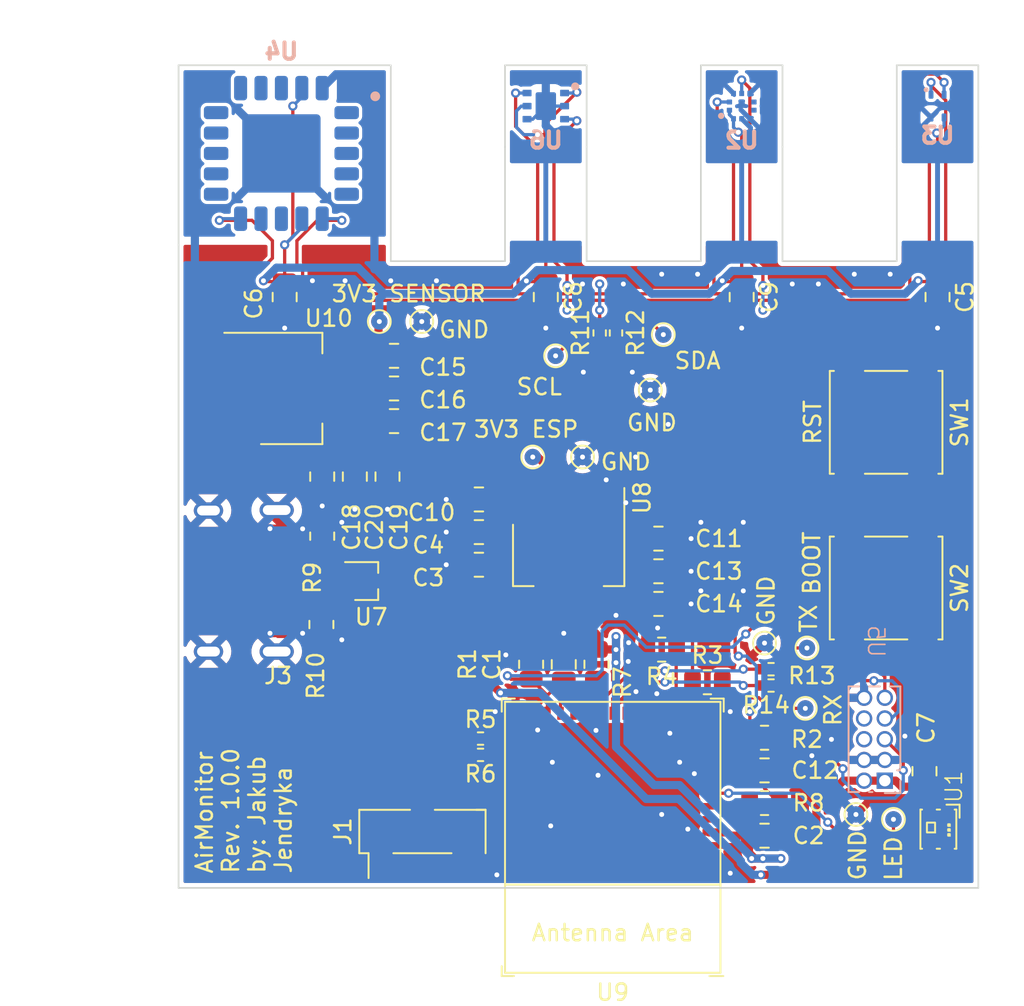
<source format=kicad_pcb>
(kicad_pcb (version 20221018) (generator pcbnew)
  (title_block (title "AirMonitor") (date "2023-12-08") (rev "1.0.0") (company "Jakub Jendryka"))
  (layers (0 "F.Cu" signal) (31 "B.Cu" signal) (34 "B.Paste" user) (35 "F.Paste" user) (36 "B.SilkS" user "B.Silkscreen") (37 "F.SilkS" user "F.Silkscreen") (38 "B.Mask" user) (39 "F.Mask" user) (44 "Edge.Cuts" user))
  (net 0 "")
  (net 1 "+5V")
  (net 2 "Net-(U9-EN{slash}CHIP_PU)")
  (net 3 "Net-(U9-GPIO9)")
  (net 4 "/SDA")
  (net 5 "/SCL")
  (net 6 "Net-(U5-RX)")
  (net 7 "Net-(U5-TX)")
  (net 8 "GND")
  (net 9 "Net-(J3-CC1)")
  (net 10 "/USB-")
  (net 11 "/USB+")
  (net 26 "/USB1-")
  (net 27 "/USB1+")
  (net 36 "Net-(J1-Pin_2)")
  (net 45 "Net-(J1-Pin_1)")
  (net 51 "Net-(J3-CC2)")
  (net 53 "Net-(U9-GPIO8)")
  (net 54 "Net-(U9-GPIO2{slash}ADC1_CH2)")
  (net 56 "Net-(U1-DI)")
  (net 59 "+3.3V")
  (net 60 "+3.3VA")
  (net 61 "Net-(U9-GPIO0{slash}ADC1_CH0{slash}XTAL_32K_P)")
  (net 62 "Net-(U9-GPIO1{slash}ADC1_CH1{slash}XTAL_32K_N)")
  (net 63 "Net-(U9-GPIO4{slash}ADC1_CH4)")
  (net 64 "Net-(U9-GPIO5{slash}ADC2_CH0)")
  (footprint "Capacitor_SMD:C_0805_2012Metric" (layer "F.Cu") (at 121.5 123.2 -90)
    (fp_text reference "C8")
    (fp_text value "10u")
  )
  (footprint "MEMS_Custom:TestPoint_Pad_D1.0mm" (layer "F.Cu") (at 137.4 148.4 90)
    (fp_text reference "TP4")
    (fp_text value "RX")
  )
  (footprint "MEMS_Passive:USB4105-GF-A" (layer "F.Cu") (at 105.0125 140.6 -90)
    (fp_text reference "J3")
    (fp_text value "USB_C_Receptacle_USB2.0")
  )
  (footprint "Capacitor_SMD:C_0805_2012Metric" (layer "F.Cu") (at 111.8 134.2 -90)
    (fp_text reference "C19")
    (fp_text value "10u")
  )
  (footprint "Capacitor_SMD:C_0805_2012Metric" (layer "F.Cu") (at 145.5 123.2 -90)
    (fp_text reference "C5")
    (fp_text value "10u")
  )
  (footprint "Resistor_SMD:R_0805_2012Metric" (layer "F.Cu") (at 107.75 143.2625 90)
    (fp_text reference "R10")
    (fp_text value "5.1k")
  )
  (footprint "Resistor_SMD:R_0805_2012Metric" (layer "F.Cu") (at 134.9 150.2)
    (fp_text reference "R2")
    (fp_text value "10k")
  )
  (footprint "Connector_PinHeader_2.54mm:PinHeader_1x03_P2.54mm_Vertical_SMD_Pin1Left" (layer "F.Cu") (at 113.94 155.945 90)
    (fp_text reference "J1")
    (fp_text value "Conn_01x03")
  )
  (footprint "MEMS_Custom:TestPoint_Pad_D1.0mm" (layer "F.Cu") (at 120.7 133)
    (fp_text reference "TP9")
    (fp_text value "3V3 ESP")
  )
  (footprint "Capacitor_SMD:C_0805_2012Metric" (layer "F.Cu") (at 112.2 130.8)
    (fp_text reference "C17")
    (fp_text value "10u")
  )
  (footprint "Button_Switch_SMD:SW_SPST_B3S-1000" (layer "F.Cu") (at 142.35 130.875 -90)
    (fp_text reference "SW1")
    (fp_text value "RST")
  )
  (footprint "Capacitor_SMD:C_0805_2012Metric" (layer "F.Cu") (at 128.4 140)
    (fp_text reference "C13")
    (fp_text value "10u")
  )
  (footprint "Resistor_SMD:R_0805_2012Metric" (layer "F.Cu") (at 124.6 145.7 90)
    (fp_text reference "R7")
    (fp_text value "10k")
  )
  (footprint "MEMS_Custom:TestPoint_Pad_D1.0mm" (layer "F.Cu") (at 142.8 155.2)
    (fp_text reference "TP8")
    (fp_text value "LED")
  )
  (footprint "Capacitor_SMD:C_0805_2012Metric" (layer "F.Cu") (at 134.9 152.2)
    (fp_text reference "C12")
    (fp_text value "1u")
  )
  (footprint "Resistor_SMD:R_0402_1005Metric_Pad0.72x0.64mm_HandSolder" (layer "F.Cu") (at 117.5 151.25 180)
    (fp_text reference "R6")
    (fp_text value "0R")
  )
  (footprint "MEMS_Custom:TestPoint_Pad_D1.0mm" (layer "F.Cu") (at 122.1 126.8)
    (fp_text reference "TP2")
    (fp_text value "SCL")
  )
  (footprint "Capacitor_SMD:C_0805_2012Metric" (layer "F.Cu") (at 134.9 156.2)
    (fp_text reference "C2")
    (fp_text value "10u")
  )
  (footprint "PCM_Espressif:ESP32-C3-MINI-1" (layer "F.Cu") (at 125.6 156.3 180)
    (fp_text reference "U9")
    (fp_text value "ESP32-C3-MINI-1")
  )
  (footprint "Resistor_SMD:R_0402_1005Metric_Pad0.72x0.64mm_HandSolder" (layer "F.Cu") (at 135.3 146 180)
    (fp_text reference "R14")
    (fp_text value "0R")
  )
  (footprint "Package_TO_SOT_SMD:SOT-223-3_TabPin2" (layer "F.Cu") (at 105.9 128.8)
    (fp_text reference "U10")
    (fp_text value "AZ1117-3V3")
  )
  (footprint "Capacitor_SMD:C_0805_2012Metric" (layer "F.Cu") (at 128.4 138)
    (fp_text reference "C11")
    (fp_text value "10u")
  )
  (footprint "Capacitor_SMD:C_0805_2012Metric" (layer "F.Cu") (at 109.8 134.2 -90)
    (fp_text reference "C20")
    (fp_text value "10u")
  )
  (footprint "MEMS_Custom:TestPoint_Pad_D1.0mm" (layer "F.Cu") (at 137.5 144.7 90)
    (fp_text reference "TP3")
    (fp_text value "TX")
  )
  (footprint "MEMS_Custom:TestPoint_Pad_D1.0mm" (layer "F.Cu") (at 140.5 154.9)
    (fp_text reference "TP7")
    (fp_text value "GND")
  )
  (footprint "MEMS_Custom:TestPoint_Pad_D1.0mm" (layer "F.Cu") (at 127.9 128.9)
    (fp_text reference "TP5")
    (fp_text value "GND")
  )
  (footprint "Resistor_SMD:R_0402_1005Metric_Pad0.72x0.64mm_HandSolder" (layer "F.Cu") (at 124.8 125.4 90)
    (fp_text reference "R11")
    (fp_text value "0R")
  )
  (footprint "Resistor_SMD:R_0402_1005Metric_Pad0.72x0.64mm_HandSolder" (layer "F.Cu") (at 135.3 147)
    (fp_text reference "R13")
    (fp_text value "0R")
  )
  (footprint "Resistor_SMD:R_0805_2012Metric" (layer "F.Cu") (at 120.6 145.7 90)
    (fp_text reference "R1")
    (fp_text value "10k")
  )
  (footprint "Resistor_SMD:R_0805_2012Metric" (layer "F.Cu") (at 107.8 137.85 -90)
    (fp_text reference "R9")
    (fp_text value "5.1k")
  )
  (footprint "Capacitor_SMD:C_0805_2012Metric" (layer "F.Cu") (at 128.4 142)
    (fp_text reference "C14")
    (fp_text value "10u")
  )
  (footprint "Capacitor_SMD:C_0805_2012Metric" (layer "F.Cu") (at 144.7 152.25 90)
    (fp_text reference "C7")
    (fp_text value "10u")
  )
  (footprint "Resistor_SMD:R_0805_2012Metric" (layer "F.Cu") (at 128.6 144.8 180)
    (fp_text reference "R4")
    (fp_text value "1k")
  )
  (footprint "Capacitor_SMD:C_0805_2012Metric" (layer "F.Cu") (at 105.5 123.2 -90)
    (fp_text reference "C6")
    (fp_text value "10u")
  )
  (footprint "Package_TO_SOT_SMD:SOT-323_SC-70" (layer "F.Cu") (at 110.5 140.6)
    (fp_text reference "U7")
    (fp_text value "5V5")
  )
  (footprint "Button_Switch_SMD:SW_SPST_B3S-1000" (layer "F.Cu") (at 142.35 141.025 -90)
    (fp_text reference "SW2")
    (fp_text value "BOOT")
  )
  (footprint "Resistor_SMD:R_0805_2012Metric" (layer "F.Cu") (at 131.4 146.8)
    (fp_text reference "R3")
    (fp_text value "1k")
  )
  (footprint "Resistor_SMD:R_0805_2012Metric" (layer "F.Cu") (at 134.9 154.2)
    (fp_text reference "R8")
    (fp_text value "10k")
  )
  (footprint "Package_TO_SOT_SMD:SOT-223-3_TabPin2" (layer "F.Cu") (at 122.9 139 -90)
    (fp_text reference "U8")
    (fp_text value "AZ1117-3V3")
  )
  (footprint "MEMS_Custom:TestPoint_Pad_D1.0mm" (layer "F.Cu") (at 123.75 133)
    (fp_text reference "TP11")
    (fp_text value "GND")
  )
  (footprint "Capacitor_SMD:C_0805_2012Metric" (layer "F.Cu") (at 133.5 123.2 -90)
    (fp_text reference "C9")
    (fp_text value "10u")
  )
  (footprint "Capacitor_SMD:C_0805_2012Metric" (layer "F.Cu") (at 107.8 134.2 -90)
    (fp_text reference "C18")
    (fp_text value "10u")
  )
  (footprint "MEMS_Custom:TestPoint_Pad_D1.0mm" (layer "F.Cu") (at 128.7 125.5)
    (fp_text reference "TP1")
    (fp_text value "SDA")
  )
  (footprint "MEMS_Custom:TestPoint_Pad_D1.0mm" (layer "F.Cu") (at 111.3 124.7)
    (fp_text reference "TP10")
    (fp_text value "3V3 SENSOR")
  )
  (footprint "Resistor_SMD:R_0402_1005Metric_Pad0.72x0.64mm_HandSolder" (layer "F.Cu") (at 117.5 150.25)
    (fp_text reference "R5")
    (fp_text value "0R")
  )
  (footprint "Capacitor_SMD:C_0805_2012Metric" (layer "F.Cu") (at 117.4 139.6 180)
    (fp_text reference "C3")
    (fp_text value "10u")
  )
  (footprint "Capacitor_SMD:C_0805_2012Metric" (layer "F.Cu") (at 112.2 128.8)
    (fp_text reference "C16")
    (fp_text value "10u")
  )
  (footprint "Capacitor_SMD:C_0805_2012Metric" (layer "F.Cu") (at 122.6 145.7 90)
    (fp_text reference "C1")
    (fp_text value "1u")
  )
  (footprint "MEMS_IC:WS2812B-2020" (layer "F.Cu") (at 145.7 155.8 90)
    (fp_text reference "U1")
    (fp_text value "WS2812B-2020")
  )
  (footprint "MEMS_Custom:TestPoint_Pad_D1.0mm" (layer "F.Cu") (at 113.9 124.7)
    (fp_text reference "TP12")
    (fp_text value "GND")
  )
  (footprint "Resistor_SMD:R_0402_1005Metric_Pad0.72x0.64mm_HandSolder" (layer "F.Cu") (at 125.8 125.4 -90)
    (fp_text reference "R12")
    (fp_text value "0R")
  )
  (footprint "Capacitor_SMD:C_0805_2012Metric" (layer "F.Cu") (at 112.2 126.8)
    (fp_text reference "C15")
    (fp_text value "10u")
  )
  (footprint "Capacitor_SMD:C_0805_2012Metric" (layer "F.Cu") (at 117.4 137.6 180)
    (fp_text reference "C4")
    (fp_text value "10u")
  )
  (footprint "MEMS_Custom:TestPoint_Pad_D1.0mm" (layer "F.Cu") (at 134.9 144.4)
    (fp_text reference "TP6")
    (fp_text value "GND")
  )
  (footprint "Capacitor_SMD:C_0805_2012Metric" (layer "F.Cu") (at 117.4 135.6 180)
    (fp_text reference "C10")
    (fp_text value "10u")
  )
  (footprint "MEMS_Other:PMS7003" (layer "B.Cu") (at 141.635 150.29 90)
    (fp_text reference "U5")
    (fp_text value "PMS7003")
  )
  (footprint "MEMS_IC:DFN-6_EP_2.44x2.44_Pitch0.8mm" (layer "B.Cu") (at 121.5 111.5 180)
    (fp_text reference "U6")
    (fp_text value "SGP41" hide)
  )
  (footprint "MEMS_IC:BMP581" (layer "B.Cu") (at 133.5 111.5)
    (fp_text reference "U2")
    (fp_text value "BMP581")
  )
  (footprint "MEMS_IC:SCD4x" (layer "B.Cu") (at 105.3 114.4 180)
    (fp_text reference "U4")
    (fp_text value "SCD41")
  )
  (footprint "MEMS_IC:SHT4x" (layer "B.Cu") (at 145.5 111.5 -90)
    (fp_text reference "U3")
    (fp_text value "SHT45")
  )
  (gr_line (start 131 114) (end 131 121) (stroke (width 0.1)) (layer "Edge.Cuts"))
  (gr_line (start 112 121) (end 112 109) (stroke (width 0.1)) (layer "Edge.Cuts"))
  (gr_line (start 119 109) (end 119 114) (stroke (width 0.1)) (layer "Edge.Cuts"))
  (gr_line (start 143 114) (end 143 121) (stroke (width 0.1)) (layer "Edge.Cuts"))
  (gr_line (start 131 121) (end 124 121) (stroke (width 0.1)) (layer "Edge.Cuts"))
  (gr_line (start 148 159.4) (end 148 121) (stroke (width 0.1)) (layer "Edge.Cuts"))
  (gr_line (start 136 109) (end 131 109) (stroke (width 0.1)) (layer "Edge.Cuts"))
  (gr_line (start 131 109) (end 131 114) (stroke (width 0.1)) (layer "Edge.Cuts"))
  (gr_line (start 112 109) (end 99 109) (stroke (width 0.1)) (layer "Edge.Cuts"))
  (gr_line (start 99 109) (end 99 120) (stroke (width 0.1)) (layer "Edge.Cuts"))
  (gr_line (start 124 109) (end 119 109) (stroke (width 0.1)) (layer "Edge.Cuts"))
  (gr_line (start 136 114) (end 136 109) (stroke (width 0.1)) (layer "Edge.Cuts"))
  (gr_line (start 148 114) (end 148 109) (stroke (width 0.1)) (layer "Edge.Cuts"))
  (gr_line (start 148 109) (end 143 109) (stroke (width 0.1)) (layer "Edge.Cuts"))
  (gr_line (start 143 121) (end 136 121) (stroke (width 0.1)) (layer "Edge.Cuts"))
  (gr_line (start 119 121) (end 112 121) (stroke (width 0.1)) (layer "Edge.Cuts"))
  (gr_line (start 99 159.4) (end 148 159.4) (stroke (width 0.1)) (layer "Edge.Cuts"))
  (gr_line (start 124 121) (end 124 114) (stroke (width 0.1)) (layer "Edge.Cuts"))
  (gr_line (start 119 114) (end 119 121) (stroke (width 0.1)) (layer "Edge.Cuts"))
  (gr_line (start 143 109) (end 143 114) (stroke (width 0.1)) (layer "Edge.Cuts"))
  (gr_line (start 136 121) (end 136 114) (stroke (width 0.1)) (layer "Edge.Cuts"))
  (gr_line (start 148 121) (end 148 114) (stroke (width 0.1)) (layer "Edge.Cuts"))
  (gr_line (start 124 114) (end 124 109) (stroke (width 0.1)) (layer "Edge.Cuts"))
  (gr_line (start 99 120) (end 99 159.4) (stroke (width 0.1)) (layer "Edge.Cuts"))
  (gr_text "${TITLE}\nRev. ${REVISION}\nby: Jakub\nJendryka" (at 106 158.6 90) (layer "F.SilkS") (effects (font (size 1 1)) (justify left bottom)))
  (segment (start 117.15 133.25) (end 111.8 133.25) (width 0.5) (layer "F.Cu") (net 1))
  (segment (start 102.75 131.1) (end 104.3 131.1) (width 0.5) (layer "F.Cu") (net 1))
  (segment (start 118.35 147.075) (end 118.725 147.45) (width 0.5) (layer "F.Cu") (net 1))
  (segment (start 146 153.2) (end 144.7 153.2) (width 0.2) (layer "F.Cu") (net 1))
  (segment (start 118.35 135.6) (end 120.35 135.6) (width 0.5) (layer "F.Cu") (net 1))
  (segment (start 143.3 153.2) (end 144.7 153.2) (width 0.5) (layer "F.Cu") (net 1))
  (segment (start 104.3 131.1) (end 105.8 132.6) (width 0.5) (layer "F.Cu") (net 1))
  (segment (start 139.72 152.83) (end 142.27 152.83) (width 0.5) (layer "F.Cu") (net 1))
  (segment (start 138.075 157.25) (end 138.075 154.475) (width 0.5) (layer "F.Cu") (net 1))
  (segment (start 120.35 135.6) (end 120.6 135.85) (width 0.5) (layer "F.Cu") (net 1))
  (segment (start 134.675 158.6) (end 136.725 158.6) (width 0.5) (layer "F.Cu") (net 1))
  (segment (start 105.8 132.6) (end 107.15 132.6) (width 0.5) (layer "F.Cu") (net 1))
  (segment (start 118.35 134.45) (end 117.15 133.25) (width 0.5) (layer "F.Cu") (net 1))
  (segment (start 136.725 158.6) (end 138.075 157.25) (width 0.5) (layer "F.Cu") (net 1))
  (segment (start 118.35 139.6) (end 118.35 137.6) (width 0.5) (layer "F.Cu") (net 1))
  (segment (start 103 137.9025) (end 104 138.9025) (width 0.5) (layer "F.Cu") (net 1))
  (segment (start 104 138.9025) (end 104 142.4) (width 0.5) (layer "F.Cu") (net 1))
  (segment (start 138.075 154.475) (end 139.72 152.83) (width 0.5) (layer "F.Cu") (net 1))
  (segment (start 104.7125 138.19) (end 104 138.9025) (width 0.5) (layer "F.Cu") (net 1))
  (segment (start 118.35 135.6) (end 118.35 134.45) (width 0.5) (layer "F.Cu") (net 1))
  (segment (start 147 155.9) (end 147 154.2) (width 0.2) (layer "F.Cu") (net 1))
  (segment (start 104 142.4) (end 104.59 142.99) (width 0.5) (layer "F.Cu") (net 1))
  (segment (start 105.8 132.6) (end 103 135.4) (width 0.5) (layer "F.Cu") (net 1))
  (segment (start 103 135.4) (end 103 137.9025) (width 0.5) (layer "F.Cu") (net 1))
  (segment (start 107.15 132.6) (end 107.8 133.25) (width 0.5) (layer "F.Cu") (net 1))
  (segment (start 111.8 133.25) (end 107.8 133.25) (width 0.5) (layer "F.Cu") (net 1))
  (segment (start 118.35 137.6) (end 118.35 135.6) (width 0.5) (layer "F.Cu") (net 1))
  (segment (start 104.59 142.99) (end 105.5875 142.99) (width 0.5) (layer "F.Cu") (net 1))
  (segment (start 142.27 152.83) (end 142.93 152.83) (width 0.5) (layer "F.Cu") (net 1))
  (segment (start 142.93 152.83) (end 143.3 153.2) (width 0.5) (layer "F.Cu") (net 1))
  (segment (start 105.5875 138.19) (end 104.7125 138.19) (width 0.5) (layer "F.Cu") (net 1))
  (segment (start 146.1 156.8) (end 147 155.9) (width 0.2) (layer "F.Cu") (net 1))
  (segment (start 118.35 139.6) (end 118.35 147.075) (width 0.5) (layer "F.Cu") (net 1))
  (segment (start 147 154.2) (end 146 153.2) (width 0.2) (layer "F.Cu") (net 1))
  (via (at 118.725 147.45) (size 0.56) (drill 0.3) (layers "F.Cu" "B.Cu") (net 1))
  (via (at 134.675 158.6) (size 0.56) (drill 0.3) (layers "F.Cu" "B.Cu") (net 1))
  (segment (start 127.65 153.95) (end 129.65 153.95) (width 0.5) (layer "B.Cu") (net 1))
  (segment (start 134.177116 158.6) (end 134.675 158.6) (width 0.5) (layer "B.Cu") (net 1))
  (segment (start 133.450497 157.873381) (end 134.177116 158.6) (width 0.5) (layer "B.Cu") (net 1))
  (segment (start 133.450497 157.750497) (end 133.450497 157.873381) (width 0.5) (layer "B.Cu") (net 1))
  (segment (start 129.65 153.95) (end 133.450497 157.750497) (width 0.5) (layer "B.Cu") (net 1))
  (segment (start 121.15 147.45) (end 127.65 153.95) (width 0.5) (layer "B.Cu") (net 1))
  (segment (start 118.725 147.45) (end 121.15 147.45) (width 0.5) (layer "B.Cu") (net 1))
  (segment (start 132 152) (end 132.2 152.2) (width 0.2) (layer "F.Cu") (net 2))
  (segment (start 133.1 145) (end 133.3 145.2) (width 0.2) (layer "F.Cu") (net 2))
  (segment (start 137.8 135.4) (end 134.5 138.7) (width 0.2) (layer "F.Cu") (net 2))
  (segment (start 133.9875 150.2) (end 133.9875 152.1625) (width 0.2) (layer "F.Cu") (net 2))
  (segment (start 133.9875 152.1625) (end 133.95 152.2) (width 0.2) (layer "F.Cu") (net 2))
  (segment (start 134 150.1875) (end 133.9875 150.2) (width 0.2) (layer "F.Cu") (net 2))
  (segment (start 132.2 152.2) (end 133.95 152.2) (width 0.2) (layer "F.Cu") (net 2))
  (segment (start 140.1 134.85) (end 138.35 134.85) (width 0.2) (layer "F.Cu") (net 2))
  (segment (start 134.5 141.9) (end 133.1 143.3) (width 0.2) (layer "F.Cu") (net 2))
  (segment (start 134.5 138.7) (end 134.5 141.2) (width 0.2) (layer "F.Cu") (net 2))
  (segment (start 131.5 152) (end 132 152) (width 0.2) (layer "F.Cu") (net 2))
  (segment (start 134.5 141.2) (end 134.5 141.9) (width 0.2) (layer "F.Cu") (net 2))
  (segment (start 140.1 134.85) (end 140.1 126.9) (width 0.2) (layer "F.Cu") (net 2))
  (segment (start 138.35 134.85) (end 137.8 135.4) (width 0.2) (layer "F.Cu") (net 2))
  (segment (start 133.1 143.3) (end 133.1 145) (width 0.2) (layer "F.Cu") (net 2))
  (segment (start 134 148.6) (end 134 150.1875) (width 0.2) (layer "F.Cu") (net 2))
  (via (at 133.3 145.2) (size 0.56) (drill 0.3) (layers "F.Cu" "B.Cu") (net 2))
  (via (at 134 148.6) (size 0.56) (drill 0.3) (layers "F.Cu" "B.Cu") (net 2))
  (segment (start 134 148.6) (end 134.4 148.2) (width 0.2) (layer "B.Cu") (net 2))
  (segment (start 134.4 148.2) (end 134.4 145.8) (width 0.2) (layer "B.Cu") (net 2))
  (segment (start 133.8 145.2) (end 133.3 145.2) (width 0.2) (layer "B.Cu") (net 2))
  (segment (start 134.4 145.8) (end 133.8 145.2) (width 0.2) (layer "B.Cu") (net 2))
  (segment (start 121.6 147.6) (end 121.6 147.6125) (width 0.2) (layer "F.Cu") (net 3))
  (segment (start 138.35 143.25) (end 140.1 145) (width 0.2) (layer "F.Cu") (net 3))
  (segment (start 120.6 146.6125) (end 121.6 147.6125) (width 0.2) (layer "F.Cu") (net 3))
  (segment (start 121.6 147.6125) (end 121.6 148.7) (width 0.2) (layer "F.Cu") (net 3))
  (segment (start 122.55 146.65) (end 121.6 147.6) (width 0.2) (layer "F.Cu") (net 3))
  (segment (start 120.6 146.6125) (end 119.3625 146.6125) (width 0.2) (layer "F.Cu") (net 3))
  (segment (start 119.3625 146.6125) (end 119.15 146.4) (width 0.2) (layer "F.Cu") (net 3))
  (segment (start 134.35 143.25) (end 138.35 143.25) (width 0.2) (layer "F.Cu") (net 3))
  (segment (start 140.1 137.05) (end 140.1 145) (width 0.2) (layer "F.Cu") (net 3))
  (segment (start 133.75 143.85) (end 134.35 143.25) (width 0.2) (layer "F.Cu") (net 3))
  (segment (start 122.6 146.65) (end 122.55 146.65) (width 0.2) (layer "F.Cu") (net 3))
  (via (at 119.15 146.4) (size 0.56) (drill 0.3) (layers "F.Cu" "B.Cu") (net 3))
  (via (at 133.75 143.85) (size 0.56) (drill 0.3) (layers "F.Cu" "B.Cu") (net 3))
  (segment (start 126.6 143.6) (end 127.65 144.65) (width 0.2) (layer "B.Cu") (net 3))
  (segment (start 132.95 144.65) (end 133.75 143.85) (width 0.2) (layer "B.Cu") (net 3))
  (segment (start 124.95 143.65) (end 125.3 143.3) (width 0.2) (layer "B.Cu") (net 3))
  (segment (start 124.95 146.05) (end 124.95 143.65) (width 0.2) (layer "B.Cu") (net 3))
  (segment (start 125.3 143.3) (end 126.3 143.3) (width 0.2) (layer "B.Cu") (net 3))
  (segment (start 124.6 146.4) (end 124.95 146.05) (width 0.2) (layer "B.Cu") (net 3))
  (segment (start 119.15 146.4) (end 124.6 146.4) (width 0.2) (layer "B.Cu") (net 3))
  (segment (start 127.65 144.65) (end 130.3 144.65) (width 0.2) (layer "B.Cu") (net 3))
  (segment (start 126.3 143.3) (end 126.6 143.6) (width 0.2) (layer "B.Cu") (net 3))
  (segment (start 130.3 144.65) (end 132.95 144.65) (width 0.2) (layer "B.Cu") (net 3))
  (segment (start 146 121.2) (end 146.6 121.8) (width 0.2) (layer "F.Cu") (net 4))
  (segment (start 122.8 124) (end 122.8 123.4) (width 0.2) (layer "F.Cu") (net 4))
  (segment (start 122.8 123.4) (end 104.2 123.4) (width 0.2) (layer "F.Cu") (net 4))
  (segment (start 134.8 124) (end 134.8 123.4) (width 0.2) (layer "F.Cu") (net 4))
  (segment (start 104.75 120.815685) (end 104.75 119.75) (width 0.2) (layer "F.Cu") (net 4))
  (segment (start 104.2 123.4) (end 103.6 122.8) (width 0.2) (layer "F.Cu") (net 4))
  (segment (start 122.8 121.8) (end 122.8 122.4905) (width 0.2) (layer "F.Cu") (net 4))
  (segment (start 146.6 122.8) (end 146 123.4) (width 0.2) (layer "F.Cu") (net 4))
  (segment (start 125.8 124.8025) (end 125.8 123.4) (width 0.2) (layer "F.Cu") (net 4))
  (segment (start 104.75 119.75) (end 103.5 118.5) (width 0.2) (layer "F.Cu") (net 4))
  (segment (start 104.1 121.4) (end 104.165685 121.4) (width 0.2) (layer "F.Cu") (net 4))
  (segment (start 134 121) (end 134 110.4) (width 0.2) (layer "F.Cu") (net 4))
  (segment (start 131.4 123.4) (end 125.8 123.4) (width 0.2) (layer "F.Cu") (net 4))
  (segment (start 128.0025 124.8025) (end 128.7 125.5) (width 0.2) (layer "F.Cu") (net 4))
  (segment (start 122 121) (end 122.8 121.8) (width 0.2) (layer "F.Cu") (net 4))
  (segment (start 145.1 110.25) (end 146 111.15) (width 0.2) (layer "F.Cu") (net 4))
  (segment (start 103.6 121.9) (end 104.1 121.4) (width 0.2) (layer "F.Cu") (net 4))
  (segment (start 122 121) (end 122 113.8) (width 0.2) (layer "F.Cu") (net 4))
  (segment (start 134.8 123.4) (end 131.4 123.4) (width 0.2) (layer "F.Cu") (net 4))
  (segment (start 146 111.15) (end 146 121.2) (width 0.2) (layer "F.Cu") (net 4))
  (segment (start 103.6 122.8) (end 103.6 121.9) (width 0.2) (layer "F.Cu") (net 4))
  (segment (start 125.8 124.8025) (end 128.0025 124.8025) (width 0.2) (layer "F.Cu") (net 4))
  (segment (start 104.165685 121.4) (end 104.75 120.815685) (width 0.2) (layer "F.Cu") (net 4))
  (segment (start 146.6 121.8) (end 146.6 122.8) (width 0.2) (layer "F.Cu") (net 4))
  (segment (start 134.8 122.4905) (end 134.8 121.8) (width 0.2) (layer "F.Cu") (net 4))
  (segment (start 134.8 121.8) (end 134 121) (width 0.2) (layer "F.Cu") (net 4))
  (segment (start 146 123.4) (end 134.8 123.4) (width 0.2) (layer "F.Cu") (net 4))
  (segment (start 125.8 123.4) (end 122.8 123.4) (width 0.2) (layer "F.Cu") (net 4))
  (segment (start 134 110.4) (end 133.5 109.9) (width 0.2) (layer "F.Cu") (net 4))
  (segment (start 122 113.8) (end 123.4 112.4) (width 0.2) (layer "F.Cu") (net 4))
  (segment (start 145.1 110.05) (end 145.1 110.25) (width 0.2) (layer "F.Cu") (net 4))
  (segment (start 103.5 118.5) (end 101.5 118.5) (width 0.2) (layer "F.Cu") (net 4))
  (via (at 134.8 122.4905) (size 0.56) (drill 0.3) (layers "F.Cu" "B.Cu") (net 4))
  (via (at 123.4 112.4) (size 0.56) (drill 0.3) (layers "F.Cu" "B.Cu") (net 4))
  (via (at 122.8 124) (size 0.56) (drill 0.3) (layers "F.Cu" "B.Cu") (net 4))
  (via (at 145.1 110.05) (size 0.56) (drill 0.3) (layers "F.Cu" "B.Cu") (net 4))
  (via (at 133.5 109.9) (size 0.56) (drill 0.3) (layers "F.Cu" "B.Cu") (net 4))
  (via (at 122.8 122.4905) (size 0.56) (drill 0.3) (layers "F.Cu" "B.Cu") (net 4))
  (via (at 101.5 118.5) (size 0.56) (drill 0.3) (layers "F.Cu" "B.Cu") (net 4))
  (via (at 134.8 124) (size 0.56) (drill 0.3) (layers "F.Cu" "B.Cu") (net 4))
  (segment (start 102.8 118.4) (end 101.6 118.4) (width 0.2) (layer "B.Cu") (net 4))
  (segment (start 101.6 118.4) (end 101.5 118.5) (width 0.2) (layer "B.Cu") (net 4))
  (segment (start 123.3 112.3) (end 122.65 112.3) (width 0.2) (layer "B.Cu") (net 4))
  (segment (start 123.4 112.4) (end 123.3 112.3) (width 0.2) (layer "B.Cu") (net 4))
  (segment (start 122.8 122.4905) (end 122.8 124) (width 0.2) (layer "B.Cu") (net 4))
  (segment (start 145.1 110.8) (end 145.1 110.05) (width 0.2) (layer "B.Cu") (net 4))
  (segment (start 134.8 122.4905) (end 134.8 124) (width 0.2) (layer "B.Cu") (net 4))
  (segment (start 133.5 110.725) (end 133.5 109.9) (width 0.2) (layer "B.Cu") (net 4))
  (segment (start 132 112.8) (end 133 113.8) (width 0.2) (layer "F.Cu") (net 5))
  (segment (start 124.8 123) (end 120.4 123) (width 0.2) (layer "F.Cu") (net 5))
  (segment (start 131.8 121.8) (end 131.8 123) (width 0.2) (layer "F.Cu") (net 5))
  (segment (start 106.25 121.25) (end 106.25 119.75) (width 0.2) (layer "F.Cu") (net 5))
  (segment (start 143.8 122.6) (end 143.4 123) (width 0.2) (layer "F.Cu") (net 5))
  (segment (start 131.8 123) (end 132.4 123) (width 0.2) (layer "F.Cu") (net 5))
  (segment (start 120.4 123) (end 107.05 123) (width 0.2) (layer "F.Cu") (net 5))
  (segment (start 106.25 119.75) (end 107.5 118.5) (width 0.2) (layer "F.Cu") (net 5))
  (segment (start 119.65 112.75) (end 121 114.1) (width 0.2) (layer "F.Cu") (net 5))
  (segment (start 145.9 110.05) (end 145.39 109.54) (width 0.2) (layer "F.Cu") (net 5))
  (segment (start 121 114.1) (end 121 120.6) (width 0.2) (layer "F.Cu") (net 5))
  (segment (start 145 113.65) (end 145 120.6) (width 0.2) (layer "F.Cu") (net 5))
  (segment (start 124.8 124.8025) (end 124.8 124) (width 0.2) (layer "F.Cu") (net 5))
  (segment (start 121 120.6) (end 119.8 121.8) (width 0.2) (layer "F.Cu") (net 5))
  (segment (start 144.2 112.85) (end 145 113.65) (width 0.2) (layer "F.Cu") (net 5))
  (segment (start 124.8 123) (end 124.8 122.4) (width 0.2) (layer "F.Cu") (net 5))
  (segment (start 144.2 110.15) (end 144.2 112.85) (width 0.2) (layer "F.Cu") (net 5))
  (segment (start 106.6 122.55) (end 106.6 121.6) (width 0.2) (layer "F.Cu") (net 5))
  (segment (start 133 113.8) (end 133 120.6) (width 0.2) (layer "F.Cu") (net 5))
  (segment (start 144.81 109.54) (end 144.2 110.15) (width 0.2) (layer "F.Cu") (net 5))
  (segment (start 107.5 118.5) (end 109 118.5) (width 0.2) (layer "F.Cu") (net 5))
  (segment (start 145 120.6) (end 143.8 121.8) (width 0.2) (layer "F.Cu") (net 5))
  (segment (start 106.6 121.6) (end 106.25 121.25) (width 0.2) (layer "F.Cu") (net 5))
  (segment (start 122.1 126.8) (end 124.0975 124.8025) (width 0.2) (layer "F.Cu") (net 5))
  (segment (start 143.8 121.8) (end 143.8 122.6) (width 0.2) (layer "F.Cu") (net 5))
  (segment (start 132.4 123) (end 124.8 123) (width 0.2) (layer "F.Cu") (net 5))
  (segment (start 124.0975 124.8025) (end 124.8 124.8025) (width 0.2) (layer "F.Cu") (net 5))
  (segment (start 133 120.6) (end 131.8 121.8) (width 0.2) (layer "F.Cu") (net 5))
  (segment (start 145.39 109.54) (end 144.81 109.54) (width 0.2) (layer "F.Cu") (net 5))
  (segment (start 107.05 123) (end 106.6 122.55) (width 0.2) (layer "F.Cu") (net 5))
  (segment (start 119.8 121.8) (end 119.8 123) (width 0.2) (layer "F.Cu") (net 5))
  (segment (start 132 111.25) (end 132 112.8) (width 0.2) (layer "F.Cu") (net 5))
  (segment (start 143.4 123) (end 132.4 123) (width 0.2) (layer "F.Cu") (net 5))
  (segment (start 119.65 110.7) (end 119.65 112.75) (width 0.2) (layer "F.Cu") (net 5))
  (via (at 124.8 124) (size 0.56) (drill 0.3) (layers "F.Cu" "B.Cu") (net 5))
  (via (at 124.8 122.4) (size 0.56) (drill 0.3) (layers "F.Cu" "B.Cu") (net 5))
  (via (at 119.65 110.7) (size 0.56) (drill 0.3) (layers "F.Cu" "B.Cu") (net 5))
  (via (at 109 118.5) (size 0.56) (drill 0.3) (layers "F.Cu" "B.Cu") (net 5))
  (via (at 132 111.25) (size 0.56) (drill 0.3) (layers "F.Cu" "B.Cu") (net 5))
  (via (at 145.9 110.05) (size 0.56) (drill 0.3) (layers "F.Cu" "B.Cu") (net 5))
  (segment (start 132.75 111.25) (end 132 111.25) (width 0.2) (layer "B.Cu") (net 5))
  (segment (start 124.8 124) (end 124.8 122.4) (width 0.2) (layer "B.Cu") (net 5))
  (segment (start 145.9 110.8) (end 145.9 110.05) (width 0.2) (layer "B.Cu") (net 5))
  (segment (start 108.9 118.4) (end 109 118.5) (width 0.2) (layer "B.Cu") (net 5))
  (segment (start 107.8 118.4) (end 108.9 118.4) (width 0.2) (layer "B.Cu") (net 5))
  (segment (start 120.35 110.7) (end 119.65 110.7) (width 0.2) (layer "B.Cu") (net 5))
  (segment (start 135.8975 147) (end 136.1975 146.7) (width 0.2) (layer "F.Cu") (net 6))
  (segment (start 135.8975 147.6975) (end 136.6 148.4) (width 0.2) (layer "F.Cu") (net 6))
  (segment (start 136.6 148.4) (end 137.4 148.4) (width 0.2) (layer "F.Cu") (net 6))
  (segment (start 141.5905 146.7) (end 141.6 146.7095) (width 0.2) (layer "F.Cu") (net 6))
  (segment (start 135.8975 147) (end 135.8975 147.6975) (width 0.2) (layer "F.Cu") (net 6))
  (segment (start 136.1975 146.7) (end 141.5905 146.7) (width 0.2) (layer "F.Cu") (net 6))
  (via (at 141.6 146.7095) (size 0.56) (drill 0.3) (layers "F.Cu" "B.Cu") (net 6))
  (segment (start 143.1 148.6) (end 142.68 149.02) (width 0.2) (layer "B.Cu") (net 6))
  (segment (start 143.1 147.1) (end 143.1 148.6) (width 0.2) (layer "B.Cu") (net 6))
  (segment (start 141.6 146.7095) (end 142.7095 146.7095) (width 0.2) (layer "B.Cu") (net 6))
  (segment (start 142.7095 146.7095) (end 143.1 147.1) (width 0.2) (layer "B.Cu") (net 6))
  (segment (start 142.68 149.02) (end 142.27 149.02) (width 0.2) (layer "B.Cu") (net 6))
  (segment (start 135.8975 146) (end 135.9975 146.1) (width 0.2) (layer "F.Cu") (net 7))
  (segment (start 135.9975 146.1) (end 141.9 146.1) (width 0.2) (layer "F.Cu") (net 7))
  (segment (start 141.9 146.1) (end 142.27 146.47) (width 0.2) (layer "F.Cu") (net 7))
  (segment (start 135.8975 145.5025) (end 136.7 144.7) (width 0.2) (layer "F.Cu") (net 7))
  (segment (start 142.27 146.47) (end 142.27 147.75) (width 0.2) (layer "F.Cu") (net 7))
  (segment (start 136.7 144.7) (end 137.5 144.7) (width 0.2) (layer "F.Cu") (net 7))
  (segment (start 135.8975 146) (end 135.8975 145.5025) (width 0.2) (layer "F.Cu") (net 7))
  (segment (start 105.5875 137.39) (end 104.6 137.39) (width 0.5) (layer "F.Cu") (net 8))
  (segment (start 107.8 135.15) (end 107.8 136) (width 0.5) (layer "F.Cu") (net 8))
  (segment (start 116.45 135.6) (end 115.4 135.6) (width 0.5) (layer "F.Cu") (net 8))
  (segment (start 104.61 143.79) (end 104.6 143.8) (width 0.5) (layer "F.Cu") (net 8))
  (segment (start 125.2 135.85) (end 125.2 134.4) (width 0.5) (layer "F.Cu") (net 8))
  (segment (start 128.8 148.7) (end 128.8 148) (width 0.2) (layer "F.Cu") (net 8))
  (segment (start 121.5 124.15) (end 121.5 125.1) (width 0.5) (layer "F.Cu") (net 8))
  (segment (start 105.5875 143.79) (end 104.61 143.79) (width 0.5) (layer "F.Cu") (net 8))
  (segment (start 116.45 139.6) (end 115.4 139.6) (width 0.5) (layer "F.Cu") (net 8))
  (segment (start 107.8 135.15) (end 109.8 135.15) (width 0.5) (layer "F.Cu") (net 8))
  (segment (start 105.5875 137.39) (end 106.59 137.39) (width 0.5) (layer "F.Cu") (net 8))
  (segment (start 108.975 144.175) (end 109 144.2) (width 0.5) (layer "F.Cu") (net 8))
  (segment (start 122.6 144.75) (end 122.6 143.8) (width 0.5) (layer "F.Cu") (net 8))
  (segment (start 111.8 135.15) (end 111.8 136.2) (width 0.5) (layer "F.Cu") (net 8))
  (segment (start 129.35 142) (end 130.4 142) (width 0.5) (layer "F.Cu") (net 8))
  (segment (start 125.2 135.85) (end 126.35 135.85) (width 0.5) (layer "F.Cu") (net 8))
  (segment (start 108.9375 136.9375) (end 109 137) (width 0.5) (layer "F.Cu") (net 8))
  (segment (start 126.35 135.85) (end 126.4 135.8) (width 0.5) (layer "F.Cu") (net 8))
  (segment (start 128.8 148) (end 128.3 147.5) (width 0.2) (layer "F.Cu") (net 8))
  (segment (start 133.5 124.15) (end 133.5 125.1) (width 0.5) (layer "F.Cu") (net 8))
  (segment (start 106.59 137.39) (end 106.6 137.4) (width 0.5) (layer "F.Cu") (net 8))
  (segment (start 107.75 144.175) (end 108.975 144.175) (width 0.5) (layer "F.Cu") (net 8))
  (segment (start 129.35 138) (end 130.4 138) (width 0.5) (layer "F.Cu") (net 8))
  (segment (start 116.45 137.6) (end 115.4 137.6) (width 0.5) (layer "F.Cu") (net 8))
  (segment (start 107.8 136.9375) (end 108.9375 136.9375) (width 0.5) (layer "F.Cu") (net 8))
  (segment (start 105.5875 143.79) (end 106.59 143.79) (width 0.5) (layer "F.Cu") (net 8))
  (segment (start 129.35 140) (end 130.4 140) (width 0.5) (layer "F.Cu") (net 8))
  (segment (start 106.59 143.79) (end 106.6 143.8) (width 0.5) (layer "F.Cu") (net 8))
  (segment (start 109.8 135.15) (end 111.8 135.15) (width 0.5) (layer "F.Cu") (net 8))
  (segment (start 129.35 138) (end 129.35 142) (width 0.5) (layer "F.Cu") (net 8))
  (segment (start 109.8 135.15) (end 109.8 136.2) (width 0.5) (layer "F.Cu") (net 8))
  (segment (start 105.5 124.15) (end 105.5 125.1) (width 0.5) (layer "F.Cu") (net 8))
  (segment (start 123.75 133) (end 123.8 133) (width 0.5) (layer "F.Cu") (net 8))
  (segment (start 145.5 124.15) (end 145.5 125.1) (width 0.5) (layer "F.Cu") (net 8))
  (via (at 115.4 135.6) (size 0.56) (drill 0.3) (layers "F.Cu" "B.Cu") (net 8))
  (via (at 145.5 125.1) (size 0.56) (drill 0.3) (layers "F.Cu" "B.Cu") (net 8))
  (via (at 130.6 152.4) (size 0.56) (drill 0.3) (layers "F.Cu" "B.Cu") (net 8))
  (via (at 130.4 142) (size 0.56) (drill 0.3) (layers "F.Cu" "B.Cu") (net 8))
  (via (at 126.55 145.525) (size 0.56) (drill 0.3) (layers "F.Cu" "B.Cu") (net 8))
  (via (at 132.8 158.5) (size 0.56) (drill 0.3) (layers "F.Cu" "B.Cu") (net 8))
  (via (at 125.2 134.4) (size 0.56) (drill 0.3) (layers "F.Cu" "B.Cu") (net 8))
  (via (at 126.4 135.8) (size 0.56) (drill 0.3) (layers "F.Cu" "B.Cu") (net 8))
  (via (at 130.2 155.8) (size 0.56) (drill 0.3) (layers "F.Cu" "B.Cu") (net 8))
  (via (at 115.4 139.6) (size 0.56) (drill 0.3) (layers "F.Cu" "B.Cu") (net 8))
  (via (at 128.3 147.5) (size 0.56) (drill 0.3) (layers "F.Cu" "B.Cu") (net 8))
  (via (at 111.8 136.2) (size 0.56) (drill 0.3) (layers "F.Cu" "B.Cu") (net 8))
  (via (at 126.8 127.8) (size 0.56) (drill 0.3) (layers "F.Cu" "B.Cu") (net 8))
  (via (at 122.6 143.8) (size 0.56) (drill 0.3) (layers "F.Cu" "B.Cu") (net 8))
  (via (at 118.4 148.6) (size 0.56) (drill 0.3) (layers "F.Cu" "B.Cu") (net 8))
  (via (at 128.6 121.8) (size 0.56) (drill 0.3) (layers "F.Cu" "B.Cu") (net 8))
  (via (at 121.9 151.7) (size 0.56) (drill 0.3) (layers "F.Cu" "B.Cu") (net 8))
  (via (at 109 144.2) (size 0.56) (drill 0.3) (layers "F.Cu" "B.Cu") (net 8))
  (via (at 121 149.725) (size 0.56) (drill 0.3) (layers "F.Cu" "B.Cu") (net 8))
  (via (at 109.8 136.2) (size 0.56) (drill 0.3) (layers "F.Cu" "B.Cu") (net 8))
  (via (at 139 150.3) (size 0.56) (drill 0.3) (layers "F.Cu" "B.Cu") (net 8))
  (via (at 125.8 142.7) (size 0.56) (drill 0.3) (layers "F.Cu" "B.Cu") (net 8))
  (via (at 124.7 152.5) (size 0.56) (drill 0.3) (layers "F.Cu" "B.Cu") (net 8))
  (via (at 107.2 122.2) (size 0.56) (drill 0.3) (layers "F.Cu" "B.Cu") (net 8))
  (via (at 130.4 140) (size 0.56) (drill 0.3) (layers "F.Cu" "B.Cu") (net 8))
  (via (at 123.75 122.4) (size 0.56) (drill 0.3) (layers "F.Cu" "B.Cu") (net 8))
  (via (at 128.6 154.9) (size 0.56) (drill 0.3) (layers "F.Cu" "B.Cu") (net 8))
  (via (at 128.35 143.475) (size 0.56) (drill 0.3) (layers "F.Cu" "B.Cu") (net 8))
  (via (at 126.575 144.375) (size 0.56) (drill 0.3) (layers "F.Cu" "B.Cu") (net 8))
  (via (at 127 133) (size 0.56) (drill 0.3) (layers "F.Cu" "B.Cu") (net 8))
  (via (at 124.575 149.75) (size 0.56) (drill 0.3) (layers "F.Cu" "B.Cu") (net 8))
  (via (at 112 122.2) (size 0.56) (drill 0.3) (layers "F.Cu" "B.Cu") (net 8))
  (via (at 143.5 150.1) (size 0.56) (drill 0.3) (layers "F.Cu" "B.Cu") (net 8))
  (via (at 106.6 143.8) (size 0.56) (drill 0.3) (layers "F.Cu" "B.Cu") (net 8))
  (via (at 105.5 125.1) (size 0.56) (drill 0.3) (layers "F.Cu" "B.Cu") (net 8))
  (via (at 114.8 122.2) (size 0.56) (drill 0.3) (layers "F.Cu" "B.Cu") (net 8))
  (via (at 104.6 137.39) (size 0.56) (drill 0.3) (layers "F.Cu" "B.Cu") (net 8))
  (via (at 138.2 122.4) (size 0.56) (drill 0.3) (layers "F.Cu" "B.Cu") (net 8))
  (via (at 137.8 151.3) (size 0.56) (drill 0.3) (layers "F.Cu" "B.Cu") (net 8))
  (via (at 130.8 121.8) (size 0.56) (drill 0.3) (layers "F.Cu" "B.Cu") (net 8))
  (via (at 136.6 122.4) (size 0.56) (drill 0.3) (layers "F.Cu" "B.Cu") (net 8))
  (via (at 129.1 149.925) (size 0.56) (drill 0.3) (layers "F.Cu" "B.Cu") (net 8))
  (via (at 107.8 136) (size 0.56) (drill 0.3) (layers "F.Cu" "B.Cu") (net 8))
  (via (at 132.8 148.6) (size 0.56) (drill 0.3) (layers "F.Cu" "B.Cu") (net 8))
  (via (at 121.5 125.1) (size 0.56) (drill 0.3) (layers "F.Cu" "B.Cu") (net 8))
  (via (at 133.5 125.1) (size 0.56) (drill 0.3) (layers "F.Cu" "B.Cu") (net 8))
  (via (at 131 137) (size 0.56) (drill 0.3) (layers "F.Cu" "B.Cu") (net 8))
  (via (at 106.6 137.4) (size 0.56) (drill 0.3) (layers "F.Cu" "B.Cu") (net 8))
  (via (at 123.8 127.8) (size 0.56) (drill 0.3) (layers "F.Cu" "B.Cu") (net 8))
  (via (at 126.25 122.4) (size 0.56) (drill 0.3) (layers "F.Cu" "B.Cu") (net 8))
  (via (at 131 141.2) (size 0.56) (drill 0.3) (layers "F.Cu" "B.Cu") (net 8))
  (via (at 104.6 143.8) (size 0.56) (drill 0.3) (layers "F.Cu" "B.Cu") (net 8))
  (via (at 133.6 141.2) (size 0.56) (drill 0.3) (layers "F.Cu" "B.Cu") (net 8))
  (via (at 129 131) (size 0.56) (drill 0.3) (layers "F.Cu" "B.Cu") (net 8))
  (via (at 109.2 122.2) (size 0.56) (drill 0.3) (layers "F.Cu" "B.Cu") (net 8))
  (via (at 118.5 158.6) (size 0.56) (drill 0.3) (layers "F.Cu" "B.Cu") (net 8))
  (via (at 140.4 121.8) (size 0.56) (drill 0.3) (layers "F.Cu" "B.Cu") (net 8))
  (via (at 142.6 121.8) (size 0.56) (drill 0.3) (layers "F.Cu" "B.Cu") (net 8))
  (via (at 121.8 155.6) (size 0.56) (drill 0.3) (layers "F.Cu" "B.Cu") (net 8))
  (via (at 127.025 147.375) (size 0.56) (drill 0.3) (layers "F.Cu" "B.Cu") (net 8))
  (via (at 133.6 137) (size 0.56) (drill 0.3) (layers "F.Cu" "B.Cu") (net 8))
  (via (at 115.4 137.6) (size 0.56) (drill 0.3) (layers "F.Cu" "B.Cu") (net 8))
  (via (at 109 137) (size 0.56) (drill 0.3) (layers "F.Cu" "B.Cu") (net 8))
  (via (at 129.7 151.7) (size 0.56) (drill 0.3) (layers "F.Cu" "B.Cu") (net 8))
  (via (at 130.4 138) (size 0.56) (drill 0.3) (layers "F.Cu" "B.Cu") (net 8))
  (via (at 119.05 145.125) (size 0.56) (drill 0.3) (layers "F.Cu" "B.Cu") (net 8))
  (segment (start 120.35 112.3) (end 120.7 112.3) (width 0.2) (layer "B.Cu") (net 8))
  (segment (start 120.7 112.3) (end 121.5 111.5) (width 0.2) (layer "B.Cu") (net 8))
  (segment (start 121.5 111.5) (end 121.5 109.85) (width 0.5) (layer "B.Cu") (net 8))
  (segment (start 122.65 111.5) (end 121.5 111.5) (width 0.2) (layer "B.Cu") (net 8))
  (segment (start 111 119) (end 111 121.5) (width 0.5) (layer "B.Cu") (net 8))
  (segment (start 121.5 112.7) (end 121.9 113.1) (width 0.5) (layer "B.Cu") (net 8))
  (segment (start 100 119) (end 100 121.5) (width 0.5) (layer "B.Cu") (net 8))
  (segment (start 145.5 114.625) (end 145.5 119.875) (width 0.3) (layer "B.Cu") (net 8))
  (segment (start 121.5 114.75) (end 121.5 120) (width 0.3) (layer "B.Cu") (net 8))
  (segment (start 133.5 114.625) (end 133.5 119.875) (width 0.3) (layer "B.Cu") (net 8))
  (segment (start 121.5 111.5) (end 121.5 112.7) (width 0.5) (layer "B.Cu") (net 8))
  (segment (start 107.2225 139.34) (end 107.8 138.7625) (width 0.3) (layer "F.Cu") (net 9))
  (segment (start 105.5875 139.34) (end 107.2225 139.34) (width 0.3) (layer "F.Cu") (net 9))
  (segment (start 116.247384 150.493916) (end 116.288468 150.535) (width 0.3) (layer "F.Cu") (net 10))
  (segment (start 106.3725 140.84) (end 106.4425 140.77) (width 0.3) (layer "F.Cu") (net 10))
  (segment (start 109.935 140.385) (end 110.289056 140.385) (width 0.3) (layer "F.Cu") (net 10))
  (segment (start 107.527903 140.385) (end 108.94 140.385) (width 0.3) (layer "F.Cu") (net 10))
  (segment (start 115.797972 150.493916) (end 116.247384 150.493916) (width 0.3) (layer "F.Cu") (net 10))
  (segment (start 115.415 145.510944) (end 115.415 150.110944) (width 0.3) (layer "F.Cu") (net 10))
  (segment (start 106.3725 139.84) (end 105.5875 139.84) (width 0.3) (layer "F.Cu") (net 10))
  (segment (start 106.3725 140.84) (end 107.072903 140.84) (width 0.3) (layer "F.Cu") (net 10))
  (segment (start 116.58 150.535) (end 116.865 150.25) (width 0.3) (layer "F.Cu") (net 10))
  (segment (start 116.865 150.25) (end 116.9025 150.25) (width 0.3) (layer "F.Cu") (net 10))
  (segment (start 107.072903 140.84) (end 107.527903 140.385) (width 0.3) (layer "F.Cu") (net 10))
  (segment (start 109.5 139.95) (end 109.935 140.385) (width 0.3) (layer "F.Cu") (net 10))
  (segment (start 110.289056 140.385) (end 115.415 145.510944) (width 0.3) (layer "F.Cu") (net 10))
  (segment (start 108.94 140.385) (end 109.375 139.95) (width 0.3) (layer "F.Cu") (net 10))
  (segment (start 109.375 139.95) (end 109.5 139.95) (width 0.3) (layer "F.Cu") (net 10))
  (segment (start 116.288468 150.535) (end 116.58 150.535) (width 0.3) (layer "F.Cu") (net 10))
  (segment (start 106.4425 140.77) (end 106.4425 139.91) (width 0.3) (layer "F.Cu") (net 10))
  (segment (start 105.5875 140.84) (end 106.3725 140.84) (width 0.3) (layer "F.Cu") (net 10))
  (segment (start 115.415 150.110944) (end 115.797972 150.493916) (width 0.3) (layer "F.Cu") (net 10))
  (segment (start 106.4425 139.91) (end 106.3725 139.84) (width 0.3) (layer "F.Cu") (net 10))
  (segment (start 104.8025 140.34) (end 104.6 140.5425) (width 0.3) (layer "F.Cu") (net 11))
  (segment (start 114.985 145.689056) (end 114.985 150.289056) (width 0.3) (layer "F.Cu") (net 11))
  (segment (start 107.706015 140.815) (end 108.94 140.815) (width 0.3) (layer "F.Cu") (net 11))
  (segment (start 116.865 151.25) (end 116.9025 151.25) (width 0.3) (layer "F.Cu") (net 11))
  (segment (start 104.6 140.5425) (end 104.6 141.2275) (width 0.3) (layer "F.Cu") (net 11))
  (segment (start 116.123916 150.965) (end 116.58 150.965) (width 0.3) (layer "F.Cu") (net 11))
  (segment (start 106.54 141.34) (end 106.61 141.27) (width 0.3) (layer "F.Cu") (net 11))
  (segment (start 105.5875 140.34) (end 104.8025 140.34) (width 0.3) (layer "F.Cu") (net 11))
  (segment (start 105.5875 141.34) (end 106.54 141.34) (width 0.3) (layer "F.Cu") (net 11))
  (segment (start 116.082832 150.923916) (end 116.123916 150.965) (width 0.3) (layer "F.Cu") (net 11))
  (segment (start 114.985 150.289056) (end 115.61986 150.923916) (width 0.3) (layer "F.Cu") (net 11))
  (segment (start 116.58 150.965) (end 116.865 151.25) (width 0.3) (layer "F.Cu") (net 11))
  (segment (start 115.61986 150.923916) (end 116.082832 150.923916) (width 0.3) (layer "F.Cu") (net 11))
  (segment (start 107.251015 141.27) (end 107.706015 140.815) (width 0.3) (layer "F.Cu") (net 11))
  (segment (start 109.935 140.815) (end 110.110944 140.815) (width 0.3) (layer "F.Cu") (net 11))
  (segment (start 104.7125 141.34) (end 105.5875 141.34) (width 0.3) (layer "F.Cu") (net 11))
  (segment (start 106.61 141.27) (end 107.251015 141.27) (width 0.3) (layer "F.Cu") (net 11))
  (segment (start 109.5 141.25) (end 109.935 140.815) (width 0.3) (layer "F.Cu") (net 11))
  (segment (start 109.375 141.25) (end 109.5 141.25) (width 0.3) (layer "F.Cu") (net 11))
  (segment (start 110.110944 140.815) (end 114.985 145.689056) (width 0.3) (layer "F.Cu") (net 11))
  (segment (start 104.6 141.2275) (end 104.7125 141.34) (width 0.3) (layer "F.Cu") (net 11))
  (segment (start 108.94 140.815) (end 109.375 141.25) (width 0.3) (layer "F.Cu") (net 11))
  (segment (start 118.42 150.535) (end 118.963554 150.535) (width 0.3) (layer "F.Cu") (net 26))
  (segment (start 119.013554 150.585) (end 119.315 150.585) (width 0.3) (layer "F.Cu") (net 26))
  (segment (start 118.135 150.25) (end 118.42 150.535) (width 0.3) (layer "F.Cu") (net 26))
  (segment (start 119.5 150.4) (end 119.7 150.4) (width 0.3) (layer "F.Cu") (net 26))
  (segment (start 118.963554 150.535) (end 119.013554 150.585) (width 0.3) (layer "F.Cu") (net 26))
  (segment (start 118.2475 150.4) (end 118.0975 150.25) (width 0.2) (layer "F.Cu") (net 26))
  (segment (start 119.315 150.585) (end 119.5 150.4) (width 0.3) (layer "F.Cu") (net 26))
  (segment (start 118.0975 150.25) (end 118.135 150.25) (width 0.3) (layer "F.Cu") (net 26))
  (segment (start 118.0975 151.25) (end 118.135 151.25) (width 0.3) (layer "F.Cu") (net 27))
  (segment (start 118.1475 151.2) (end 118.0975 151.25) (width 0.2) (layer "F.Cu") (net 27))
  (segment (start 118.42 150.965) (end 118.799002 150.965) (width 0.3) (layer "F.Cu") (net 27))
  (segment (start 119.315 151.015) (end 119.5 151.2) (width 0.3) (layer "F.Cu") (net 27))
  (segment (start 118.849002 151.015) (end 119.315 151.015) (width 0.3) (layer "F.Cu") (net 27))
  (segment (start 118.135 151.25) (end 118.42 150.965) (width 0.3) (layer "F.Cu") (net 27))
  (segment (start 119.5 151.2) (end 119.7 151.2) (width 0.3) (layer "F.Cu") (net 27))
  (segment (start 118.799002 150.965) (end 118.849002 151.015) (width 0.3) (layer "F.Cu") (net 27))
  (segment (start 116.2 153.6) (end 115.51 154.29) (width 0.2) (layer "F.Cu") (net 36))
  (segment (start 115.51 154.29) (end 113.94 154.29) (width 0.2) (layer "F.Cu") (net 36))
  (segment (start 119.7 153.6) (end 116.2 153.6) (width 0.2) (layer "F.Cu") (net 36))
  (segment (start 111.4 157.6) (end 113.2 157.6) (width 0.2) (layer "F.Cu") (net 45))
  (segment (start 116.4 154.4) (end 119.7 154.4) (width 0.2) (layer "F.Cu") (net 45))
  (segment (start 113.2 157.6) (end 116.4 154.4) (width 0.2) (layer "F.Cu") (net 45))
  (segment (start 107.74 142.34) (end 107.75 142.35) (width 0.3) (layer "F.Cu") (net 51))
  (segment (start 105.5875 142.34) (end 107.74 142.34) (width 0.3) (layer "F.Cu") (net 51))
  (segment (start 122.4 148) (end 122.6 147.8) (width 0.2) (layer "F.Cu") (net 53))
  (segment (start 122.4 148.7) (end 122.4 148) (width 0.2) (layer "F.Cu") (net 53))
  (segment (start 124.6 147.2) (end 124.6 146.6125) (width 0.2) (layer "F.Cu") (net 53))
  (segment (start 122.6 147.8) (end 124 147.8) (width 0.2) (layer "F.Cu") (net 53))
  (segment (start 124 147.8) (end 124.6 147.2) (width 0.2) (layer "F.Cu") (net 53))
  (segment (start 132.6 154.2) (end 133.9875 154.2) (width 0.2) (layer "F.Cu") (net 54))
  (segment (start 131.5 154.4) (end 132.4 154.4) (width 0.2) (layer "F.Cu") (net 54))
  (segment (start 132.4 154.4) (end 132.6 154.2) (width 0.2) (layer "F.Cu") (net 54))
  (segment (start 142.8 156.8) (end 145 156.8) (width 0.2) (layer "F.Cu") (net 56))
  (segment (start 138.775 155.375) (end 140.2 156.8) (width 0.2) (layer "F.Cu") (net 56))
  (segment (start 140.2 156.8) (end 142.8 156.8) (width 0.2) (layer "F.Cu") (net 56))
  (segment (start 131.5 153.6) (end 132.7 153.6) (width 0.2) (layer "F.Cu") (net 56))
  (segment (start 142.8 155.2) (end 142.8 156.8) (width 0.2) (layer "F.Cu") (net 56))
  (via (at 132.7 153.6) (size 0.56) (drill 0.3) (layers "F.Cu" "B.Cu") (net 56))
  (via (at 138.775 155.375) (size 0.56) (drill 0.3) (layers "F.Cu" "B.Cu") (net 56))
  (segment (start 137 153.6) (end 132.7 153.6) (width 0.2) (layer "B.Cu") (net 56))
  (segment (start 138.775 155.375) (end 137 153.6) (width 0.2) (layer "B.Cu") (net 56))
  (segment (start 139.7 152.1) (end 137.8 150.2) (width 0.2) (layer "F.Cu") (net 59))
  (segment (start 133.2625 147.75) (end 132.3125 146.8) (width 0.2) (layer "F.Cu") (net 59))
  (segment (start 134.8 157.6) (end 134.110497 157.6) (width 0.5) (layer "F.Cu") (net 59))
  (segment (start 122.9 142.15) (end 122.25 142.15) (width 0.5) (layer "F.Cu") (net 59))
  (segment (start 127.45 142) (end 127.45 144.5625) (width 0.2) (layer "F.Cu") (net 59))
  (segment (start 125.8 144.8) (end 125.8 144) (width 0.5) (layer "F.Cu") (net 59))
  (segment (start 127.45 140) (end 127.45 142) (width 0.5) (layer "F.Cu") (net 59))
  (segment (start 125.7875 144.7875) (end 125.8 144.8) (width 0.5) (layer "F.Cu") (net 59))
  (segment (start 122.25 142.15) (end 120.6 143.8) (width 0.5) (layer "F.Cu") (net 59))
  (segment (start 122.9 135.85) (end 122.9 134.9) (width 0.5) (layer "F.Cu") (net 59))
  (segment (start 133.95 156.2) (end 135.8125 154.3375) (width 0.2) (layer "F.Cu") (net 59))
  (segment (start 135.9 157.6) (end 134.8 157.6) (width 0.5) (layer "F.Cu") (net 59))
  (segment (start 135.8125 154.3375) (end 135.8125 154.2) (width 0.2) (layer "F.Cu") (net 59))
  (segment (start 132.6 156) (end 132.8 156.2) (width 0.5) (layer "F.Cu") (net 59))
  (segment (start 135.8125 154.2) (end 135.8 154.2) (width 0.2) (layer "F.Cu") (net 59))
  (segment (start 137.8 150.2) (end 135.8125 150.2) (width 0.2) (layer "F.Cu") (net 59))
  (segment (start 122.9 134.9) (end 121 133) (width 0.5) (layer "F.Cu") (net 59))
  (segment (start 123.05 142) (end 122.9 142.15) (width 0.5) (layer "F.Cu") (net 59))
  (segment (start 135.8125 150.2) (end 135.8125 149.0125) (width 0.2) (layer "F.Cu") (net 59))
  (segment (start 143.4 151.42) (end 143.4 152.2) (width 0.2) (layer "F.Cu") (net 59))
  (segment (start 127.45 144.5625) (end 127.6875 144.8) (width 0.2) (layer "F.Cu") (net 59))
  (segment (start 124.6 144.7875) (end 124.6 143.85) (width 0.5) (layer "F.Cu") (net 59))
  (segment (start 134.9 151.1125) (end 135.8125 150.2) (width 0.2) (layer "F.Cu") (net 59))
  (segment (start 124.6 143.85) (end 122.9 142.15) (width 0.5) (layer "F.Cu") (net 59))
  (segment (start 127.45 138) (end 127.45 140) (width 0.5) (layer "F.Cu") (net 59))
  (segment (start 122.9 142.15) (end 122.9 135.85) (width 0.5) (layer "F.Cu") (net 59))
  (segment (start 121 133) (end 120.7 133) (width 0.5) (layer "F.Cu") (net 59))
  (segment (start 120.6 144.7875) (end 120.6 143.8) (width 0.5) (layer "F.Cu") (net 59))
  (segment (start 142.27 150.29) (end 143.4 151.42) (width 0.2) (layer "F.Cu") (net 59))
  (segment (start 134.8 157.6) (end 134.3 157.6) (width 0.5) (layer "F.Cu") (net 59))
  (segment (start 135.8 154.2) (end 134.9 153.3) (width 0.2) (layer "F.Cu") (net 59))
  (segment (start 133.95 157.25) (end 133.95 156.2) (width 0.5) (layer "F.Cu") (net 59))
  (segment (start 135.8125 149.0125) (end 134.55 147.75) (width 0.2) (layer "F.Cu") (net 59))
  (segment (start 132.8 156.2) (end 133.95 156.2) (width 0.5) (layer "F.Cu") (net 59))
  (segment (start 134.3 157.6) (end 133.95 157.25) (width 0.5) (layer "F.Cu") (net 59))
  (segment (start 134.55 147.75) (end 133.2625 147.75) (width 0.2) (layer "F.Cu") (net 59))
  (segment (start 125.8 145.6) (end 125.8 144.8) (width 0.5) (layer "F.Cu") (net 59))
  (segment (start 124.6 144.7875) (end 125.7875 144.7875) (width 0.5) (layer "F.Cu") (net 59))
  (segment (start 134.9 153.3) (end 134.9 151.1125) (width 0.2) (layer "F.Cu") (net 59))
  (segment (start 131.5 156) (end 132.6 156) (width 0.5) (layer "F.Cu") (net 59))
  (segment (start 127.45 142) (end 123.05 142) (width 0.5) (layer "F.Cu") (net 59))
  (via (at 134.8 157.6) (size 0.56) (drill 0.3) (layers "F.Cu" "B.Cu") (net 59))
  (via (at 125.8 144.8) (size 0.56) (drill 0.3) (layers "F.Cu" "B.Cu") (net 59))
  (via (at 139.7 152.1) (size 0.56) (drill 0.3) (layers "F.Cu" "B.Cu") (net 59))
  (via (at 125.8 145.6) (size 0.56) (drill 0.3) (layers "F.Cu" "B.Cu") (net 59))
  (via (at 143.4 152.2) (size 0.56) (drill 0.3) (layers "F.Cu" "B.Cu") (net 59))
  (via (at 135.9 157.6) (size 0.56) (drill 0.3) (layers "F.Cu" "B.Cu") (net 59))
  (via (at 134.110497 157.6) (size 0.56) (drill 0.3) (layers "F.Cu" "B.Cu") (net 59))
  (via (at 125.8 144) (size 0.56) (drill 0.3) (layers "F.Cu" "B.Cu") (net 59))
  (segment (start 129.690954 153.1) (end 128.133381 153.1) (width 0.5) (layer "B.Cu") (net 59))
  (segment (start 134.110497 157.6) (end 134.110497 157.519543) (width 0.5) (layer "B.Cu") (net 59))
  (segment (start 134.8 157.6) (end 135.9 157.6) (width 0.5) (layer "B.Cu") (net 59))
  (segment (start 125.8 144) (end 125.8 144.8) (width 0.5) (layer "B.Cu") (net 59))
  (segment (start 143.4 153.4) (end 142.9 153.9) (width 0.2) (layer "B.Cu") (net 59))
  (segment (start 143.4 152.2) (end 143.4 153.4) (width 0.2) (layer "B.Cu") (net 59))
  (segment (start 134.110497 157.519543) (end 129.690954 153.1) (width 0.5) (layer "B.Cu") (net 59))
  (segment (start 140.8 153.9) (end 140.2 153.3) (width 0.2) (layer "B.Cu") (net 59))
  (segment (start 142.9 153.9) (end 140.8 153.9) (width 0.2) (layer "B.Cu") (net 59))
  (segment (start 134.110497 157.6) (end 134.8 157.6) (width 0.5) (layer "B.Cu") (net 59))
  (segment (start 125.8 144.8) (end 125.8 145.6) (width 0.5) (layer "B.Cu") (net 59))
  (segment (start 128.133381 153.1) (end 125.8 150.766619) (width 0.5) (layer "B.Cu") (net 59))
  (segment (start 140.2 153.3) (end 139.7 152.8) (width 0.2) (layer "B.Cu") (net 59))
  (segment (start 125.8 150.766619) (end 125.8 145.6) (width 0.5) (layer "B.Cu") (net 59))
  (segment (start 139.7 152.8) (end 139.7 152.1) (width 0.2) (layer "B.Cu") (net 59))
  (segment (start 121.45 113.3) (end 121.5 113.35) (width 0.2) (layer "F.Cu") (net 60))
  (segment (start 105.5 120) (end 105.5 122.25) (width 0.2) (layer "F.Cu") (net 60))
  (segment (start 132.3595 122.25) (end 132.3095 122.2) (width 0.2) (layer "F.Cu") (net 60))
  (segment (start 111.25 124.75) (end 111.3 124.7) (width 0.5) (layer "F.Cu") (net 60))
  (segment (start 121.5 122.25) (end 120.349229 122.25) (width 0.2) (layer "F.Cu") (net 60))
  (segment (start 133.3 113.1) (end 133.5 113.3) (width 0.2) (layer "F.Cu") (net 60))
  (segment (start 121.4 113.25) (end 121.45 113.3) (width 0.2) (layer "F.Cu") (net 60))
  (segment (start 145.5 122.25) (end 144.3595 122.25) (width 0.2) (layer "F.Cu") (net 60))
  (segment (start 111.25 130.8) (end 111.25 126.8) (width 0.5) (layer "F.Cu") (net 60))
  (segment (start 104.25 122.25) (end 104.2 122.2) (width 0.2) (layer "F.Cu") (net 60))
  (segment (start 121.5 113.35) (end 121.5 122.25) (width 0.2) (layer "F.Cu") (net 60))
  (segment (start 133.5 113.3) (end 133.5 122.25) (width 0.2) (layer "F.Cu") (net 60))
  (segment (start 133.5 122.25) (end 132.3595 122.25) (width 0.2) (layer "F.Cu") (net 60))
  (segment (start 145.45 113.15) (end 145.5 113.2) (width 0.2) (layer "F.Cu") (net 60))
  (segment (start 109.05 128.8) (end 102.75 128.8) (width 0.5) (layer "F.Cu") (net 60))
  (segment (start 105.5 122.25) (end 104.25 122.25) (width 0.2) (layer "F.Cu") (net 60))
  (segment (start 120.349229 122.25) (end 120.3095 122.210271) (width 0.2) (layer "F.Cu") (net 60))
  (segment (start 144.3595 122.25) (end 144.3095 122.2) (width 0.2) (layer "F.Cu") (net 60))
  (segment (start 120.9905 113.25) (end 121.4 113.25) (width 0.2) (layer "F.Cu") (net 60))
  (segment (start 123.4 110.65) (end 121.45 112.6) (width 0.2) (layer "F.Cu") (net 60))
  (segment (start 145.5 113.2) (end 145.5 122.25) (width 0.2) (layer "F.Cu") (net 60))
  (segment (start 121.45 112.6) (end 121.45 113.3) (width 0.2) (layer "F.Cu") (net 60))
  (segment (start 106 111.5) (end 106 119.5) (width 0.2) (layer "F.Cu") (net 60))
  (segment (start 111.25 126.8) (end 111.25 124.75) (width 0.5) (layer "F.Cu") (net 60))
  (segment (start 106 119.5) (end 105.5 120) (width 0.2) (layer "F.Cu") (net 60))
  (segment (start 111.25 128.8) (end 109.05 128.8) (width 0.5) (layer "F.Cu") (net 60))
  (via (at 132.3095 122.2) (size 0.56) (drill 0.3) (layers "F.Cu" "B.Cu") (net 60))
  (via (at 145.45 113.15) (size 0.56) (drill 0.3) (layers "F.Cu" "B.Cu") (net 60))
  (via (at 120.9905 113.25) (size 0.56) (drill 0.3) (layers "F.Cu" "B.Cu") (net 60))
  (via (at 104.2 122.2) (size 0.56) (drill 0.3) (layers "F.Cu" "B.Cu") (net 60))
  (via (at 133.3 113.1) (size 0.56) (drill 0.3) (layers "F.Cu" "B.Cu") (net 60))
  (via (at 123.4 110.65) (size 0.56) (drill 0.3) (layers "F.Cu" "B.Cu") (net 60))
  (via (at 120.3095 122.210271) (size 0.56) (drill 0.3) (layers "F.Cu" "B.Cu") (net 60))
  (via (at 144.3095 122.2) (size 0.56) (drill 0.3) (layers "F.Cu" "B.Cu") (net 60))
  (via (at 105.5 120) (size 0.56) (drill 0.3) (layers "F.Cu" "B.Cu") (net 60))
  (via (at 106 111.5) (size 0.56) (drill 0.3) (layers "F.Cu" "B.Cu") (net 60))
  (segment (start 132.3095 122.2) (end 132.3 122.2) (width 0.5) (layer "B.Cu") (net 60))
  (segment (start 120.3095 122.210271) (end 120.289729 122.210271) (width 0.5) (layer "B.Cu") (net 60))
  (segment (start 111.6 123) (end 111.3 123.3) (width 0.5) (layer "B.Cu") (net 60))
  (segment (start 111.3 123.3) (end 111.3 124.7) (width 0.5) (layer "B.Cu") (net 60))
  (segment (start 120.15 113.25) (end 120.9905 113.25) (width 0.2) (layer "B.Cu") (net 60))
  (segment (start 132.75 112.025) (end 133 112.275) (width 0.2) (layer "B.Cu") (net 60))
  (segment (start 126.55 121.55) (end 120.969771 121.55) (width 0.5) (layer "B.Cu") (net 60))
  (segment (start 119.7 111.8) (end 119.7 112.8) (width 0.2) (layer "B.Cu") (net 60))
  (segment (start 119.5 123) (end 111.6 123) (width 0.5) (layer "B.Cu") (net 60))
  (segment (start 106.55 118.95) (end 106.55 118.4) (width 0.2) (layer "B.Cu") (net 60))
  (segment (start 132.3 122.2) (end 131.5 123) (width 0.5) (layer "B.Cu") (net 60))
  (segment (start 110.009045 121.4) (end 105 121.4) (width 0.5) (layer "B.Cu") (net 60))
  (segment (start 132.9095 121.6) (end 132.3095 122.2) (width 0.5) (layer "B.Cu") (net 60))
  (segment (start 143.5095 123) (end 140.2 123) (width 0.5) (layer "B.Cu") (net 60))
  (segment (start 120.35 111.5) (end 120 111.5) (width 0.2) (layer "B.Cu") (net 60))
  (segment (start 120.289729 122.210271) (end 119.5 123) (width 0.5) (layer "B.Cu") (net 60))
  (segment (start 145.9 112.7) (end 145.45 113.15) (width 0.2) (layer "B.Cu") (net 60))
  (segment (start 111.6 123) (end 110.739045 122.139045) (width 0.5) (layer "B.Cu") (net 60))
  (segment (start 105.5 120) (end 106.55 118.95) (width 0.2) (layer "B.Cu") (net 60))
  (segment (start 132.75 111.75) (end 132.75 112.025) (width 0.2) (layer "B.Cu") (net 60))
  (segment (start 122.65 110.7) (end 123.35 110.7) (width 0.2) (layer "B.Cu") (net 60))
  (segment (start 123.35 110.7) (end 123.4 110.65) (width 0.2) (layer "B.Cu") (net 60))
  (segment (start 106.55 110.95) (end 106 111.5) (width 0.2) (layer "B.Cu") (net 60))
  (segment (start 145.9 112.2) (end 145.9 112.7) (width 0.2) (layer "B.Cu") (net 60))
  (segment (start 138.8 121.6) (end 132.9095 121.6) (width 0.5) (layer "B.Cu") (net 60))
  (segment (start 110.739045 122.139045) (end 110.739045 122.13) (width 0.5) (layer "B.Cu") (net 60))
  (segment (start 120.969771 121.55) (end 120.3095 122.210271) (width 0.5) (layer "B.Cu") (net 60))
  (segment (start 128 123) (end 126.55 121.55) (width 0.5) (layer "B.Cu") (net 60))
  (segment (start 140.2 123) (end 138.8 121.6) (width 0.5) (layer "B.Cu") (net 60))
  (segment (start 106.55 110.4) (end 106.55 110.95) (width 0.2) (layer "B.Cu") (net 60))
  (segment (start 133 112.8) (end 133 112.275) (width 0.2) (layer "B.Cu") (net 60))
  (segment (start 105 121.4) (end 104.2 122.2) (width 0.5) (layer "B.Cu") (net 60))
  (segment (start 144.3095 122.2) (end 143.5095 123) (width 0.5) (layer "B.Cu") (net 60))
  (segment (start 133.3 113.1) (end 133 112.8) (width 0.2) (layer "B.Cu") (net 60))
  (segment (start 110.739045 122.13) (end 110.009045 121.4) (width 0.5) (layer "B.Cu") (net 60))
  (segment (start 131.5 123) (end 128 123) (width 0.5) (layer "B.Cu") (net 60))
  (segment (start 120 111.5) (end 119.7 111.8) (width 0.2) (layer "B.Cu") (net 60))
  (segment (start 119.7 112.8) (end 120.15 113.25) (width 0.2) (layer "B.Cu") (net 60))
  (segment (start 132.8 141.8) (end 132.8 136.2) (width 0.2) (layer "F.Cu") (net 61))
  (segment (start 130.4875 146.8) (end 130.4875 144.1125) (width 0.2) (layer "F.Cu") (net 61))
  (segment (start 132.8 136.2) (end 125.8 129.2) (width 0.2) (layer "F.Cu") (net 61))
  (segment (start 125.8 129.2) (end 125.8 125.9975) (width 0.2) (layer "F.Cu") (net 61))
  (segment (start 130.4 148.7) (end 130.4 146.775) (width 0.2) (layer "F.Cu") (net 61))
  (segment (start 130.4875 144.1125) (end 132.8 141.8) (width 0.2) (layer "F.Cu") (net 61))
  (segment (start 130.4 146.775) (end 130.475 146.7) (width 0.2) (layer "F.Cu") (net 61))
  (segment (start 124.8 129.4) (end 131.8 136.4) (width 0.2) (layer "F.Cu") (net 62))
  (segment (start 131.8 136.4) (end 131.8 141.6) (width 0.2) (layer "F.Cu") (net 62))
  (segment (start 131.8 141.6) (end 129.4875 143.9125) (width 0.2) (layer "F.Cu") (net 62))
  (segment (start 124.8 125.9975) (end 124.8 129.4) (width 0.2) (layer "F.Cu") (net 62))
  (segment (start 129.4875 147.6875) (end 129.4875 144.8) (width 0.2) (layer "F.Cu") (net 62))
  (segment (start 129.4875 143.9125) (end 129.4875 144.8) (width 0.2) (layer "F.Cu") (net 62))
  (segment (start 129.6 148.7) (end 129.6 147.8) (width 0.2) (layer "F.Cu") (net 62))
  (segment (start 129.6 147.8) (end 129.4875 147.6875) (width 0.2) (layer "F.Cu") (net 62))
  (segment (start 126.610497 146.789503) (end 128.8 146.789503) (width 0.2) (layer "F.Cu") (net 63))
  (segment (start 126.6 146.8) (end 126.610497 146.789503) (width 0.2) (layer "F.Cu") (net 63))
  (segment (start 125.6 147.8) (end 126.6 146.8) (width 0.2) (layer "F.Cu") (net 63))
  (segment (start 133.6 147) (end 134.7025 147) (width 0.2) (layer "F.Cu") (net 63))
  (segment (start 125.6 148.7) (end 125.6 147.8) (width 0.2) (layer "F.Cu") (net 63))
  (via (at 128.8 146.789503) (size 0.56) (drill 0.3) (layers "F.Cu" "B.Cu") (net 63))
  (via (at 133.6 147) (size 0.56) (drill 0.3) (layers "F.Cu" "B.Cu") (net 63))
  (segment (start 128.8 146.789503) (end 133.389503 146.789503) (width 0.2) (layer "B.Cu") (net 63))
  (segment (start 133.389503 146.789503) (end 133.6 147) (width 0.2) (layer "B.Cu") (net 63))
  (segment (start 133.6 146) (end 134.7025 146) (width 0.2) (layer "F.Cu") (net 64))
  (segment (start 126.75 146.1) (end 128.8 146.1) (width 0.2) (layer "F.Cu") (net 64))
  (segment (start 124.8 148.7) (end 124.8 148.05) (width 0.2) (layer "F.Cu") (net 64))
  (segment (start 124.8 148.05) (end 126.75 146.1) (width 0.2) (layer "F.Cu") (net 64))
  (via (at 128.8 146.1) (size 0.56) (drill 0.3) (layers "F.Cu" "B.Cu") (net 64))
  (via (at 133.6 146) (size 0.56) (drill 0.3) (layers "F.Cu" "B.Cu") (net 64))
  (segment (start 128.8 146.1) (end 133.5 146.1) (width 0.2) (layer "B.Cu") (net 64))
  (segment (start 133.5 146.1) (end 133.6 146) (width 0.2) (layer "B.Cu") (net 64))
  (zone (net 8) (net_name "GND") (layer "F.Cu") (priority 1) (connect_pads (clearance 0.2)) (min_thickness 0.2) (fill yes (thermal_gap 0.5) (thermal_bridge_width 0.5))
    (polygon (pts (xy 95 120) (xy 95 160) (xy 150 160) (xy 150 120)))
  )
  (zone (net 0) (net_name "") (layer "B.Cu") (connect_pads (clearance 0)) (min_thickness 0.2)
    (keepout (tracks allowed) (vias allowed) (pads allowed) (copperpour not_allowed) (footprints allowed))
    (fill (thermal_gap 0.5) (thermal_bridge_width 0.5))
    (polygon (pts (xy 130.75 115) (xy 136.25 115) (xy 136.25 119.75) (xy 130.75 119.75)))
  )
  (zone (net 0) (net_name "") (layer "B.Cu") (connect_pads (clearance 0)) (min_thickness 0.2)
    (keepout (tracks allowed) (vias allowed) (pads allowed) (copperpour not_allowed) (footprints allowed))
    (fill (thermal_gap 0.5) (thermal_bridge_width 0.5))
    (polygon (pts (xy 118.75 115) (xy 124.25 115) (xy 124.25 119.75) (xy 118.75 119.75)))
  )
  (zone (net 0) (net_name "") (layer "B.Cu") (connect_pads (clearance 0)) (min_thickness 0.2)
    (keepout (tracks allowed) (vias allowed) (pads allowed) (copperpour not_allowed) (footprints allowed))
    (fill (thermal_gap 0.5) (thermal_bridge_width 0.5))
    (polygon (pts (xy 112 121) (xy 99 121) (xy 99 119.5) (xy 112 119.5)))
  )
  (zone (net 8) (net_name "GND") (layer "B.Cu") (connect_pads (clearance 0.2)) (min_thickness 0.2) (fill yes (thermal_gap 0.5) (thermal_bridge_width 0.5))
    (polygon (pts (xy 95 105) (xy 95 160) (xy 150 160) (xy 150 105)))
  )
  (zone (net 0) (net_name "") (layer "B.Cu") (connect_pads (clearance 0)) (min_thickness 0.2)
    (keepout (tracks allowed) (vias allowed) (pads allowed) (copperpour not_allowed) (footprints allowed))
    (fill (thermal_gap 0.5) (thermal_bridge_width 0.5))
    (polygon (pts (xy 142.75 115) (xy 148.25 115) (xy 148.25 119.75) (xy 142.75 119.75)))
  )
)
</source>
